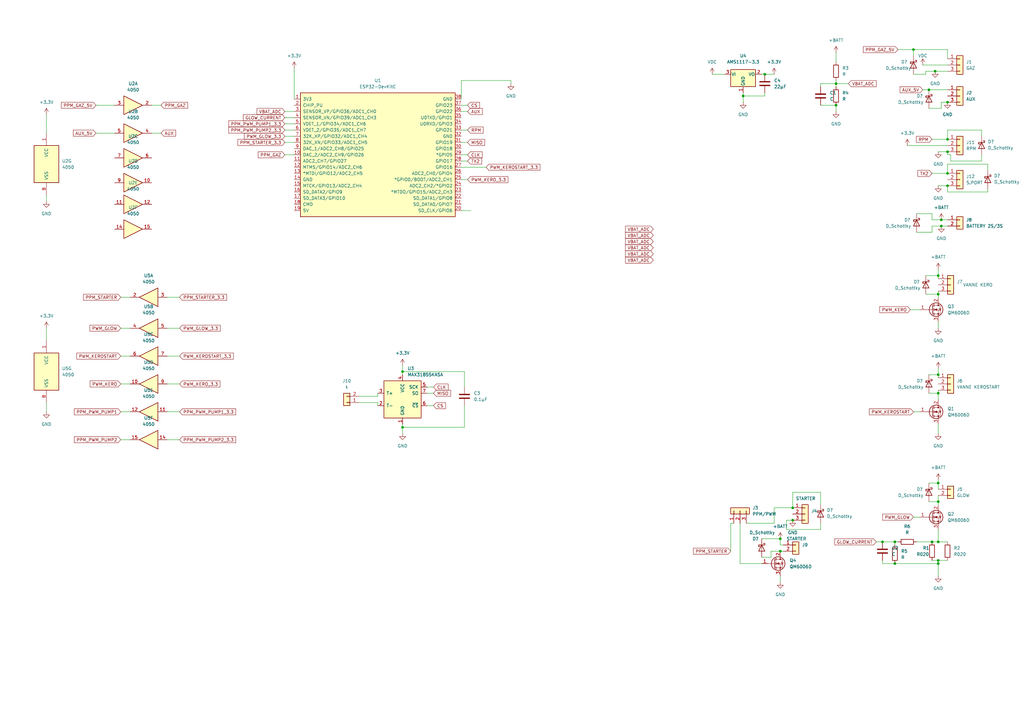
<source format=kicad_sch>
(kicad_sch (version 20211123) (generator eeschema)
  (paper "A3")
  (lib_symbols
    (symbol "4xxx:4050" (pin_names (offset 1.016))
      (property "Reference" "U" (at 0 1.27 0))
      (property "Value" "4050" (at 0 -1.27 0))
      (symbol "4050_1_0"
        (polyline (pts (xy -3.81 3.81) (xy -3.81 -3.81) (xy 3.81 0) (xy -3.81 3.81)) (stroke (width 0.254)) (fill (type background)))
        (pin output line (at 7.62 0 180) (length 3.81) (name "~") (number "2"))
        (pin input line (at -7.62 0 0) (length 3.81) (name "~") (number "3"))
      )
      (symbol "4050_2_0"
        (polyline (pts (xy -3.81 3.81) (xy -3.81 -3.81) (xy 3.81 0) (xy -3.81 3.81)) (stroke (width 0.254)) (fill (type background)))
        (pin output line (at 7.62 0 180) (length 3.81) (name "~") (number "4"))
        (pin input line (at -7.62 0 0) (length 3.81) (name "~") (number "5"))
      )
      (symbol "4050_3_0"
        (polyline (pts (xy -3.81 3.81) (xy -3.81 -3.81) (xy 3.81 0) (xy -3.81 3.81)) (stroke (width 0.254)) (fill (type background)))
        (pin output line (at 7.62 0 180) (length 3.81) (name "~") (number "6"))
        (pin input line (at -7.62 0 0) (length 3.81) (name "~") (number "7"))
      )
      (symbol "4050_4_0"
        (polyline (pts (xy -3.81 3.81) (xy -3.81 -3.81) (xy 3.81 0) (xy -3.81 3.81)) (stroke (width 0.254)) (fill (type background)))
        (pin output line (at 7.62 0 180) (length 3.81) (name "~") (number "10"))
        (pin input line (at -7.62 0 0) (length 3.81) (name "~") (number "9"))
      )
      (symbol "4050_5_0"
        (polyline (pts (xy -3.81 3.81) (xy -3.81 -3.81) (xy 3.81 0) (xy -3.81 3.81)) (stroke (width 0.254)) (fill (type background)))
        (pin input line (at -7.62 0 0) (length 3.81) (name "~") (number "11"))
        (pin output line (at 7.62 0 180) (length 3.81) (name "~") (number "12"))
      )
      (symbol "4050_6_0"
        (polyline (pts (xy -3.81 3.81) (xy -3.81 -3.81) (xy 3.81 0) (xy -3.81 3.81)) (stroke (width 0.254)) (fill (type background)))
        (pin input line (at -7.62 0 0) (length 3.81) (name "~") (number "14"))
        (pin output line (at 7.62 0 180) (length 3.81) (name "~") (number "15"))
      )
      (symbol "4050_7_0"
        (pin power_in line (at 0 12.7 270) (length 5.08) (name "VCC") (number "1"))
        (pin power_in line (at 0 -12.7 90) (length 5.08) (name "VSS") (number "8"))
      )
      (symbol "4050_7_1"
        (rectangle (start -5.08 7.62) (end 5.08 -7.62) (stroke (width 0.254)) (fill (type background)))
      )
    )
    (symbol "Connector_Generic:Conn_01x02" (pin_names (offset 1.016) hide)
      (property "Reference" "J" (at 0 2.54 0))
      (property "Value" "Conn_01x02" (at 0 -5.08 0))
      (symbol "Conn_01x02_1_1"
        (rectangle (start -1.27 -2.413) (end 0 -2.667) (stroke (width 0.1524)))
        (rectangle (start -1.27 0.127) (end 0 -0.127) (stroke (width 0.1524)))
        (rectangle (start -1.27 1.27) (end 1.27 -3.81) (stroke (width 0.254)) (fill (type background)))
        (pin passive line (at -5.08 0 0) (length 3.81) (name "Pin_1") (number "1"))
        (pin passive line (at -5.08 -2.54 0) (length 3.81) (name "Pin_2") (number "2"))
      )
    )
    (symbol "Connector_Generic:Conn_01x03" (pin_names (offset 1.016) hide)
      (property "Reference" "J" (at 0 5.08 0))
      (property "Value" "Conn_01x03" (at 0 -5.08 0))
      (symbol "Conn_01x03_1_1"
        (rectangle (start -1.27 -2.413) (end 0 -2.667) (stroke (width 0.1524)))
        (rectangle (start -1.27 0.127) (end 0 -0.127) (stroke (width 0.1524)))
        (rectangle (start -1.27 2.667) (end 0 2.413) (stroke (width 0.1524)))
        (rectangle (start -1.27 3.81) (end 1.27 -3.81) (stroke (width 0.254)) (fill (type background)))
        (pin passive line (at -5.08 2.54 0) (length 3.81) (name "Pin_1") (number "1"))
        (pin passive line (at -5.08 0 0) (length 3.81) (name "Pin_2") (number "2"))
        (pin passive line (at -5.08 -2.54 0) (length 3.81) (name "Pin_3") (number "3"))
      )
    )
    (symbol "Device:C" (pin_numbers hide) (pin_names (offset 0.254))
      (property "Reference" "C" (at 0.635 2.54 0))
      (property "Value" "C" (at 0.635 -2.54 0))
      (symbol "C_0_1"
        (polyline (pts (xy -2.032 -0.762) (xy 2.032 -0.762)) (stroke (width 0.508)))
        (polyline (pts (xy -2.032 0.762) (xy 2.032 0.762)) (stroke (width 0.508)))
      )
      (symbol "C_1_1"
        (pin passive line (at 0 3.81 270) (length 2.794) (name "~") (number "1"))
        (pin passive line (at 0 -3.81 90) (length 2.794) (name "~") (number "2"))
      )
    )
    (symbol "Device:D_Schottky" (pin_numbers hide) (pin_names (offset 1.016) hide)
      (property "Reference" "D" (at 0 2.54 0))
      (property "Value" "D_Schottky" (at 0 -2.54 0))
      (symbol "D_Schottky_0_1"
        (polyline (pts (xy 1.27 0) (xy -1.27 0)))
        (polyline (pts (xy 1.27 1.27) (xy 1.27 -1.27) (xy -1.27 0) (xy 1.27 1.27)) (stroke (width 0.254)))
        (polyline (pts (xy -1.905 0.635) (xy -1.905 1.27) (xy -1.27 1.27) (xy -1.27 -1.27) (xy -0.635 -1.27) (xy -0.635 -0.635)) (stroke (width 0.254)))
      )
      (symbol "D_Schottky_1_1"
        (pin passive line (at -3.81 0 0) (length 2.54) (name "K") (number "1"))
        (pin passive line (at 3.81 0 180) (length 2.54) (name "A") (number "2"))
      )
    )
    (symbol "Device:R" (pin_numbers hide) (pin_names (offset 0))
      (property "Reference" "R" (at 2.032 0 90))
      (property "Value" "R" (at 0 0 90))
      (symbol "R_0_1"
        (rectangle (start -1.016 -2.54) (end 1.016 2.54) (stroke (width 0.254)))
      )
      (symbol "R_1_1"
        (pin passive line (at 0 3.81 270) (length 1.27) (name "~") (number "1"))
        (pin passive line (at 0 -3.81 90) (length 1.27) (name "~") (number "2"))
      )
    )
    (symbol "Espressif:ESP32-DevKitC" (pin_names (offset 1.016))
      (property "Reference" "U" (at -30.48 30.48 0))
      (property "Value" "ESP32-DevKitC" (at -30.48 27.94 0))
      (symbol "ESP32-DevKitC_0_0"
        (pin power_in line (at -33.02 -10.16 0) (length 2.54) (name "GND") (number "14"))
        (pin power_in line (at -33.02 -22.86 0) (length 2.54) (name "5V") (number "19"))
      )
      (symbol "ESP32-DevKitC_0_1"
        (rectangle (start -30.48 25.4) (end 33.02 -25.4) (stroke (width 0.254)) (fill (type background)))
      )
      (symbol "ESP32-DevKitC_1_1"
        (pin power_in line (at -33.02 22.86 0) (length 2.54) (name "3V3") (number "1"))
        (pin bidirectional line (at -33.02 0 0) (length 2.54) (name "DAC_2/ADC2_CH9/GPIO26") (number "10"))
        (pin bidirectional line (at -33.02 -2.54 0) (length 2.54) (name "ADC2_CH7/GPIO27") (number "11"))
        (pin bidirectional line (at -33.02 -5.08 0) (length 2.54) (name "MTMS/GPIO14/ADC2_CH6") (number "12"))
        (pin bidirectional line (at -33.02 -7.62 0) (length 2.54) (name "*MTDI/GPIO12/ADC2_CH5") (number "13"))
        (pin bidirectional line (at -33.02 -12.7 0) (length 2.54) (name "MTCK/GPIO13/ADC2_CH4") (number "15"))
        (pin bidirectional line (at -33.02 -15.24 0) (length 2.54) (name "SD_DATA2/GPIO9") (number "16"))
        (pin bidirectional line (at -33.02 -17.78 0) (length 2.54) (name "SD_DATA3/GPIO10") (number "17"))
        (pin bidirectional line (at -33.02 -20.32 0) (length 2.54) (name "CMD") (number "18"))
        (pin input line (at -33.02 20.32 0) (length 2.54) (name "CHIP_PU") (number "2"))
        (pin bidirectional line (at 35.56 -22.86 180) (length 2.54) (name "SD_CLK/GPIO6") (number "20"))
        (pin bidirectional line (at 35.56 -20.32 180) (length 2.54) (name "SD_DATA0/GPIO7") (number "21"))
        (pin bidirectional line (at 35.56 -17.78 180) (length 2.54) (name "SD_DATA1/GPIO8") (number "22"))
        (pin bidirectional line (at 35.56 -15.24 180) (length 2.54) (name "*MTDO/GPIO15/ADC2_CH3") (number "23"))
        (pin bidirectional line (at 35.56 -12.7 180) (length 2.54) (name "ADC2_CH2/*GPIO2") (number "24"))
        (pin bidirectional line (at 35.56 -10.16 180) (length 2.54) (name "*GPIO0/BOOT/ADC2_CH1") (number "25"))
        (pin bidirectional line (at 35.56 -7.62 180) (length 2.54) (name "ADC2_CH0/GPIO4") (number "26"))
        (pin bidirectional line (at 35.56 -5.08 180) (length 2.54) (name "GPIO16") (number "27"))
        (pin bidirectional line (at 35.56 -2.54 180) (length 2.54) (name "GPIO17") (number "28"))
        (pin bidirectional line (at 35.56 0 180) (length 2.54) (name "*GPIO5") (number "29"))
        (pin input line (at -33.02 17.78 0) (length 2.54) (name "SENSOR_VP/GPIO36/ADC1_CH0") (number "3"))
        (pin bidirectional line (at 35.56 2.54 180) (length 2.54) (name "GPIO18") (number "30"))
        (pin bidirectional line (at 35.56 5.08 180) (length 2.54) (name "GPIO19") (number "31"))
        (pin power_in line (at 35.56 7.62 180) (length 2.54) (name "GND") (number "32"))
        (pin bidirectional line (at 35.56 10.16 180) (length 2.54) (name "GPIO21") (number "33"))
        (pin bidirectional line (at 35.56 12.7 180) (length 2.54) (name "U0RXD/GPIO3") (number "34"))
        (pin bidirectional line (at 35.56 15.24 180) (length 2.54) (name "U0TXD/GPIO1") (number "35"))
        (pin bidirectional line (at 35.56 17.78 180) (length 2.54) (name "GPIO22") (number "36"))
        (pin bidirectional line (at 35.56 20.32 180) (length 2.54) (name "GPIO23") (number "37"))
        (pin power_in line (at 35.56 22.86 180) (length 2.54) (name "GND") (number "38"))
        (pin input line (at -33.02 15.24 0) (length 2.54) (name "SENSOR_VN/GPIO39/ADC1_CH3") (number "4"))
        (pin input line (at -33.02 12.7 0) (length 2.54) (name "VDET_1/GPIO34/ADC1_CH6") (number "5"))
        (pin input line (at -33.02 10.16 0) (length 2.54) (name "VDET_2/GPIO35/ADC1_CH7") (number "6"))
        (pin bidirectional line (at -33.02 7.62 0) (length 2.54) (name "32K_XP/GPIO32/ADC1_CH4") (number "7"))
        (pin bidirectional line (at -33.02 5.08 0) (length 2.54) (name "32K_XN/GPIO33/ADC1_CH5") (number "8"))
        (pin bidirectional line (at -33.02 2.54 0) (length 2.54) (name "DAC_1/ADC2_CH8/GPIO25") (number "9"))
      )
    )
    (symbol "Regulator_Linear:AMS1117-3.3" (pin_names (offset 0.254))
      (property "Reference" "U" (at -3.81 3.175 0))
      (property "Value" "AMS1117-3.3" (at 0 3.175 0))
      (symbol "AMS1117-3.3_0_1"
        (rectangle (start -5.08 -5.08) (end 5.08 1.905) (stroke (width 0.254)) (fill (type background)))
      )
      (symbol "AMS1117-3.3_1_1"
        (pin power_in line (at 0 -7.62 90) (length 2.54) (name "GND") (number "1"))
        (pin power_out line (at 7.62 0 180) (length 2.54) (name "VO") (number "2"))
        (pin power_in line (at -7.62 0 0) (length 2.54) (name "VI") (number "3"))
      )
    )
    (symbol "Sensor_Temperature:MAX31855KASA" (pin_names (offset 1.016))
      (property "Reference" "U" (at -7.62 8.89 0))
      (property "Value" "MAX31855KASA" (at 1.27 8.89 0))
      (symbol "MAX31855KASA_0_1"
        (rectangle (start -7.62 7.62) (end 7.62 -7.62) (stroke (width 0.254)) (fill (type background)))
      )
      (symbol "MAX31855KASA_1_1"
        (pin power_in line (at 0 -10.16 90) (length 2.54) (name "GND") (number "1"))
        (pin passive line (at -10.16 -2.54 0) (length 2.54) (name "T-") (number "2"))
        (pin passive line (at -10.16 2.54 0) (length 2.54) (name "T+") (number "3"))
        (pin power_in line (at 0 10.16 270) (length 2.54) (name "VCC") (number "4"))
        (pin input line (at 10.16 5.08 180) (length 2.54) (name "SCK") (number "5"))
        (pin input line (at 10.16 -2.54 180) (length 2.54) (name "~{CS}") (number "6"))
        (pin tri_state line (at 10.16 2.54 180) (length 2.54) (name "SO") (number "7"))
      )
    )
    (symbol "Transistor_FET:QM6006D" (pin_names hide)
      (property "Reference" "Q" (at 5.08 1.905 0))
      (property "Value" "QM6006D" (at 5.08 0 0))
      (symbol "QM6006D_0_1"
        (polyline (pts (xy 0.254 0) (xy -2.54 0)))
        (polyline (pts (xy 0.254 1.905) (xy 0.254 -1.905)) (stroke (width 0.254)))
        (polyline (pts (xy 0.762 -1.27) (xy 0.762 -2.286)) (stroke (width 0.254)))
        (polyline (pts (xy 0.762 0.508) (xy 0.762 -0.508)) (stroke (width 0.254)))
        (polyline (pts (xy 0.762 2.286) (xy 0.762 1.27)) (stroke (width 0.254)))
        (polyline (pts (xy 2.54 2.54) (xy 2.54 1.778)))
        (polyline (pts (xy 2.54 -2.54) (xy 2.54 0) (xy 0.762 0)))
        (polyline (pts (xy 0.762 -1.778) (xy 3.302 -1.778) (xy 3.302 1.778) (xy 0.762 1.778)))
        (polyline (pts (xy 1.016 0) (xy 2.032 0.381) (xy 2.032 -0.381) (xy 1.016 0)) (fill (type outline)))
        (polyline (pts (xy 2.794 0.508) (xy 2.921 0.381) (xy 3.683 0.381) (xy 3.81 0.254)))
        (polyline (pts (xy 3.302 0.381) (xy 2.921 -0.254) (xy 3.683 -0.254) (xy 3.302 0.381)))
        (circle (center 1.651 0) (radius 2.794) (stroke (width 0.254)))
        (circle (center 2.54 -1.778) (radius 0.254) (fill (type outline)))
        (circle (center 2.54 1.778) (radius 0.254) (fill (type outline)))
      )
      (symbol "QM6006D_1_1"
        (pin input line (at -5.08 0 0) (length 2.54) (name "G") (number "1"))
        (pin passive line (at 2.54 5.08 270) (length 2.54) (name "D") (number "2"))
        (pin passive line (at 2.54 -5.08 90) (length 2.54) (name "S") (number "3"))
      )
    )
    (symbol "power:+3.3V" (power) (pin_names (offset 0))
      (property "Value" "+3.3V" (at 0 3.556 0))
      (symbol "+3.3V_0_1"
        (polyline (pts (xy -0.762 1.27) (xy 0 2.54)))
        (polyline (pts (xy 0 0) (xy 0 2.54)))
        (polyline (pts (xy 0 2.54) (xy 0.762 1.27)))
      )
      (symbol "+3.3V_1_1"
        (pin power_in line (at 0 0 90) (length 0) hide (name "+3.3V") (number "1"))
      )
    )
    (symbol "power:+BATT" (power) (pin_names (offset 0))
      (property "Value" "+BATT" (at 0 3.556 0))
      (symbol "+BATT_0_1"
        (polyline (pts (xy -0.762 1.27) (xy 0 2.54)))
        (polyline (pts (xy 0 0) (xy 0 2.54)))
        (polyline (pts (xy 0 2.54) (xy 0.762 1.27)))
      )
      (symbol "+BATT_1_1"
        (pin power_in line (at 0 0 90) (length 0) hide (name "+BATT") (number "1"))
      )
    )
    (symbol "power:GND" (power) (pin_names (offset 0))
      (property "Value" "GND" (at 0 -3.81 0))
      (symbol "GND_0_1"
        (polyline (pts (xy 0 0) (xy 0 -1.27) (xy 1.27 -1.27) (xy 0 -2.54) (xy -1.27 -1.27) (xy 0 -1.27)))
      )
      (symbol "GND_1_1"
        (pin power_in line (at 0 0 270) (length 0) hide (name "GND") (number "1"))
      )
    )
    (symbol "power:VDC" (power) (pin_names (offset 0))
      (property "Value" "VDC" (at 0 6.35 0))
      (symbol "VDC_0_1"
        (polyline (pts (xy -0.762 1.27) (xy 0 2.54)))
        (polyline (pts (xy 0 0) (xy 0 2.54)))
        (polyline (pts (xy 0 2.54) (xy 0.762 1.27)))
      )
      (symbol "VDC_1_1"
        (pin power_in line (at 0 0 90) (length 0) hide (name "VDC") (number "1"))
      )
    )
  )
  (junction (at 384.81 231.14))
  (junction (at 384.81 113.03))
  (junction (at 304.8 39.37))
  (junction (at 388.62 62.23))
  (junction (at 388.62 57.15))
  (junction (at 388.62 76.2))
  (junction (at 367.03 231.14))
  (junction (at 384.81 229.87))
  (junction (at 384.81 198.12))
  (junction (at 342.9 34.29))
  (junction (at 313.69 30.48))
  (junction (at 374.65 20.32))
  (junction (at 381 36.83))
  (junction (at 383.54 29.21))
  (junction (at 384.81 205.74))
  (junction (at 384.81 222.25))
  (junction (at 388.62 71.12))
  (junction (at 386.08 90.17))
  (junction (at 165.1 175.26))
  (junction (at 320.04 220.98))
  (junction (at 367.03 222.25))
  (junction (at 361.95 222.25))
  (junction (at 165.1 152.4))
  (junction (at 342.9 43.18))
  (junction (at 325.12 213.36))
  (junction (at 382.27 222.25))
  (junction (at 384.81 120.65))
  (junction (at 384.81 161.29))
  (junction (at 386.08 92.71))
  (junction (at 388.62 41.91))
  (junction (at 325.12 208.28))
  (junction (at 320.04 226.06))
  (junction (at 384.81 153.67))
  (wire (pts (xy 342.9 34.29) (xy 342.9 35.56)))
  (wire (pts (xy 388.62 20.32) (xy 388.62 24.13)))
  (wire (pts (xy 299.72 226.06) (xy 299.72 214.63)))
  (wire (pts (xy 299.72 214.63) (xy 300.99 214.63)))
  (wire (pts (xy 384.81 110.49) (xy 384.81 113.03)))
  (wire (pts (xy 189.23 86.36) (xy 193.04 86.36)))
  (wire (pts (xy 165.1 175.26) (xy 190.5 175.26)))
  (wire (pts (xy 336.55 43.18) (xy 342.9 43.18)))
  (wire (pts (xy 379.73 113.03) (xy 384.81 113.03)))
  (wire (pts (xy 379.73 120.65) (xy 384.81 120.65)))
  (wire (pts (xy 361.95 231.14) (xy 367.03 231.14)))
  (wire (pts (xy 120.65 27.94) (xy 120.65 40.64)))
  (wire (pts (xy 154.94 162.56) (xy 154.94 161.29)))
  (wire (pts (xy 317.5 208.28) (xy 325.12 208.28)))
  (wire (pts (xy 316.23 228.6) (xy 316.23 226.06)))
  (wire (pts (xy 384.81 113.03) (xy 384.81 114.3)))
  (wire (pts (xy 375.92 222.25) (xy 382.27 222.25)))
  (wire (pts (xy 147.32 165.1) (xy 154.94 165.1)))
  (wire (pts (xy 189.23 53.34) (xy 191.77 53.34)))
  (wire (pts (xy 49.53 168.91) (xy 53.34 168.91)))
  (wire (pts (xy 405.13 77.47) (xy 405.13 78.74)))
  (wire (pts (xy 382.27 92.71) (xy 382.27 95.25)))
  (wire (pts (xy 325.12 201.93) (xy 336.55 201.93)))
  (wire (pts (xy 384.81 76.2) (xy 388.62 76.2)))
  (wire (pts (xy 165.1 173.99) (xy 165.1 175.26)))
  (wire (pts (xy 68.58 180.34) (xy 73.66 180.34)))
  (wire (pts (xy 379.73 29.21) (xy 383.54 29.21)))
  (wire (pts (xy 384.81 132.08) (xy 384.81 134.62)))
  (wire (pts (xy 312.42 30.48) (xy 313.69 30.48)))
  (wire (pts (xy 375.92 95.25) (xy 382.27 95.25)))
  (wire (pts (xy 381 36.83) (xy 388.62 36.83)))
  (wire (pts (xy 372.11 59.69) (xy 388.62 59.69)))
  (wire (pts (xy 116.84 55.88) (xy 120.65 55.88)))
  (wire (pts (xy 68.58 168.91) (xy 73.66 168.91)))
  (wire (pts (xy 19.05 165.1) (xy 19.05 168.91)))
  (wire (pts (xy 388.62 67.31) (xy 405.13 67.31)))
  (wire (pts (xy 402.59 63.5) (xy 402.59 66.04)))
  (wire (pts (xy 361.95 229.87) (xy 361.95 231.14)))
  (wire (pts (xy 306.07 214.63) (xy 317.5 214.63)))
  (wire (pts (xy 384.81 198.12) (xy 384.81 200.66)))
  (wire (pts (xy 39.37 43.18) (xy 46.99 43.18)))
  (wire (pts (xy 388.62 78.74) (xy 405.13 78.74)))
  (wire (pts (xy 325.12 213.36) (xy 322.58 213.36)))
  (wire (pts (xy 378.46 36.83) (xy 381 36.83)))
  (wire (pts (xy 381 205.74) (xy 384.81 205.74)))
  (wire (pts (xy 49.53 180.34) (xy 53.34 180.34)))
  (wire (pts (xy 384.81 229.87) (xy 384.81 231.14)))
  (wire (pts (xy 49.53 146.05) (xy 53.34 146.05)))
  (wire (pts (xy 386.08 90.17) (xy 388.62 90.17)))
  (wire (pts (xy 62.23 43.18) (xy 66.04 43.18)))
  (wire (pts (xy 175.26 161.29) (xy 177.8 161.29)))
  (wire (pts (xy 189.23 33.02) (xy 189.23 40.64)))
  (wire (pts (xy 165.1 175.26) (xy 165.1 177.8)))
  (wire (pts (xy 384.81 62.23) (xy 388.62 62.23)))
  (wire (pts (xy 312.42 231.14) (xy 303.53 231.14)))
  (wire (pts (xy 189.23 33.02) (xy 209.55 33.02)))
  (wire (pts (xy 384.81 217.17) (xy 384.81 222.25)))
  (wire (pts (xy 336.55 34.29) (xy 336.55 35.56)))
  (wire (pts (xy 374.65 168.91) (xy 377.19 168.91)))
  (wire (pts (xy 342.9 33.02) (xy 342.9 34.29)))
  (wire (pts (xy 381 161.29) (xy 384.81 161.29)))
  (wire (pts (xy 386.08 92.71) (xy 388.62 92.71)))
  (wire (pts (xy 304.8 39.37) (xy 313.69 39.37)))
  (wire (pts (xy 402.59 66.04) (xy 389.89 66.04)))
  (wire (pts (xy 189.23 63.5) (xy 191.77 63.5)))
  (wire (pts (xy 389.89 63.5) (xy 388.62 63.5)))
  (wire (pts (xy 379.73 30.48) (xy 379.73 29.21)))
  (wire (pts (xy 342.9 21.59) (xy 342.9 25.4)))
  (wire (pts (xy 312.42 228.6) (xy 316.23 228.6)))
  (wire (pts (xy 322.58 217.17) (xy 336.55 217.17)))
  (wire (pts (xy 388.62 71.12) (xy 388.62 67.31)))
  (wire (pts (xy 336.55 201.93) (xy 336.55 207.01)))
  (wire (pts (xy 320.04 223.52) (xy 321.31 223.52)))
  (wire (pts (xy 19.05 134.62) (xy 19.05 139.7)))
  (wire (pts (xy 359.41 222.25) (xy 361.95 222.25)))
  (wire (pts (xy 190.5 175.26) (xy 190.5 166.37)))
  (wire (pts (xy 68.58 121.92) (xy 73.66 121.92)))
  (wire (pts (xy 382.27 71.12) (xy 388.62 71.12)))
  (wire (pts (xy 367.03 231.14) (xy 384.81 231.14)))
  (wire (pts (xy 19.05 80.01) (xy 19.05 82.55)))
  (wire (pts (xy 374.65 22.86) (xy 374.65 20.32)))
  (wire (pts (xy 68.58 134.62) (xy 73.66 134.62)))
  (wire (pts (xy 49.53 157.48) (xy 53.34 157.48)))
  (wire (pts (xy 154.94 165.1) (xy 154.94 166.37)))
  (wire (pts (xy 386.08 41.91) (xy 388.62 41.91)))
  (wire (pts (xy 320.04 236.22) (xy 320.04 238.76)))
  (wire (pts (xy 189.23 43.18) (xy 191.77 43.18)))
  (wire (pts (xy 374.65 212.09) (xy 377.19 212.09)))
  (wire (pts (xy 384.81 153.67) (xy 384.81 154.94)))
  (wire (pts (xy 116.84 53.34) (xy 120.65 53.34)))
  (wire (pts (xy 320.04 220.98) (xy 320.04 223.52)))
  (wire (pts (xy 388.62 57.15) (xy 388.62 53.34)))
  (wire (pts (xy 342.9 43.18) (xy 342.9 45.72)))
  (wire (pts (xy 384.81 160.02) (xy 384.81 161.29)))
  (wire (pts (xy 68.58 146.05) (xy 73.66 146.05)))
  (wire (pts (xy 342.9 34.29) (xy 347.98 34.29)))
  (wire (pts (xy 378.46 26.67) (xy 388.62 26.67)))
  (wire (pts (xy 342.9 34.29) (xy 336.55 34.29)))
  (wire (pts (xy 292.1 30.48) (xy 297.18 30.48)))
  (wire (pts (xy 165.1 152.4) (xy 165.1 153.67)))
  (wire (pts (xy 381 198.12) (xy 384.81 198.12)))
  (wire (pts (xy 374.65 20.32) (xy 388.62 20.32)))
  (wire (pts (xy 402.59 53.34) (xy 402.59 55.88)))
  (wire (pts (xy 116.84 63.5) (xy 120.65 63.5)))
  (wire (pts (xy 384.81 161.29) (xy 384.81 163.83)))
  (wire (pts (xy 189.23 68.58) (xy 199.39 68.58)))
  (wire (pts (xy 367.03 222.25) (xy 367.03 223.52)))
  (wire (pts (xy 405.13 67.31) (xy 405.13 69.85)))
  (wire (pts (xy 49.53 121.92) (xy 53.34 121.92)))
  (wire (pts (xy 116.84 58.42) (xy 120.65 58.42)))
  (wire (pts (xy 381 44.45) (xy 386.08 44.45)))
  (wire (pts (xy 304.8 38.1) (xy 304.8 39.37)))
  (wire (pts (xy 382.27 222.25) (xy 384.81 222.25)))
  (wire (pts (xy 384.81 229.87) (xy 388.62 229.87)))
  (wire (pts (xy 165.1 149.86) (xy 165.1 152.4)))
  (wire (pts (xy 384.81 119.38) (xy 384.81 120.65)))
  (wire (pts (xy 49.53 134.62) (xy 53.34 134.62)))
  (wire (pts (xy 381 153.67) (xy 384.81 153.67)))
  (wire (pts (xy 336.55 217.17) (xy 336.55 214.63)))
  (wire (pts (xy 361.95 222.25) (xy 367.03 222.25)))
  (wire (pts (xy 165.1 152.4) (xy 190.5 152.4)))
  (wire (pts (xy 384.81 203.2) (xy 384.81 205.74)))
  (wire (pts (xy 304.8 39.37) (xy 304.8 41.91)))
  (wire (pts (xy 175.26 166.37) (xy 177.8 166.37)))
  (wire (pts (xy 116.84 50.8) (xy 120.65 50.8)))
  (wire (pts (xy 382.27 57.15) (xy 388.62 57.15)))
  (wire (pts (xy 388.62 53.34) (xy 402.59 53.34)))
  (wire (pts (xy 383.54 29.21) (xy 388.62 29.21)))
  (wire (pts (xy 116.84 48.26) (xy 120.65 48.26)))
  (wire (pts (xy 62.23 54.61) (xy 66.04 54.61)))
  (wire (pts (xy 189.23 73.66) (xy 191.77 73.66)))
  (wire (pts (xy 68.58 157.48) (xy 73.66 157.48)))
  (wire (pts (xy 382.27 87.63) (xy 382.27 90.17)))
  (wire (pts (xy 303.53 214.63) (xy 303.53 231.14)))
  (wire (pts (xy 388.62 63.5) (xy 388.62 62.23)))
  (wire (pts (xy 384.81 205.74) (xy 384.81 207.01)))
  (wire (pts (xy 384.81 196.85) (xy 384.81 198.12)))
  (wire (pts (xy 367.03 222.25) (xy 368.3 222.25)))
  (wire (pts (xy 316.23 226.06) (xy 320.04 226.06)))
  (wire (pts (xy 382.27 229.87) (xy 384.81 229.87)))
  (wire (pts (xy 313.69 30.48) (xy 317.5 30.48)))
  (wire (pts (xy 384.81 222.25) (xy 388.62 222.25)))
  (wire (pts (xy 175.26 158.75) (xy 177.8 158.75)))
  (wire (pts (xy 384.81 120.65) (xy 384.81 121.92)))
  (wire (pts (xy 313.69 38.1) (xy 313.69 39.37)))
  (wire (pts (xy 320.04 226.06) (xy 321.31 226.06)))
  (wire (pts (xy 39.37 54.61) (xy 46.99 54.61)))
  (wire (pts (xy 386.08 44.45) (xy 386.08 41.91)))
  (wire (pts (xy 384.81 231.14) (xy 384.81 236.22)))
  (wire (pts (xy 382.27 90.17) (xy 386.08 90.17)))
  (wire (pts (xy 384.81 173.99) (xy 384.81 177.8)))
  (wire (pts (xy 368.3 20.32) (xy 374.65 20.32)))
  (wire (pts (xy 384.81 151.13) (xy 384.81 153.67)))
  (wire (pts (xy 209.55 33.02) (xy 209.55 34.29)))
  (wire (pts (xy 116.84 45.72) (xy 120.65 45.72)))
  (wire (pts (xy 375.92 87.63) (xy 382.27 87.63)))
  (wire (pts (xy 19.05 46.99) (xy 19.05 54.61)))
  (wire (pts (xy 388.62 76.2) (xy 388.62 78.74)))
  (wire (pts (xy 189.23 45.72) (xy 191.77 45.72)))
  (wire (pts (xy 190.5 152.4) (xy 190.5 158.75)))
  (wire (pts (xy 317.5 214.63) (xy 317.5 208.28)))
  (wire (pts (xy 322.58 213.36) (xy 322.58 217.17)))
  (wire (pts (xy 189.23 58.42) (xy 191.77 58.42)))
  (wire (pts (xy 374.65 30.48) (xy 379.73 30.48)))
  (wire (pts (xy 373.38 127) (xy 377.19 127)))
  (wire (pts (xy 386.08 92.71) (xy 382.27 92.71)))
  (wire (pts (xy 389.89 66.04) (xy 389.89 63.5)))
  (wire (pts (xy 147.32 162.56) (xy 154.94 162.56)))
  (wire (pts (xy 325.12 208.28) (xy 325.12 201.93)))
  (wire (pts (xy 312.42 220.98) (xy 320.04 220.98)))
  (wire (pts (xy 189.23 66.04) (xy 191.77 66.04)))
  (global_label "CLK" (shape input) (at 191.77 63.5 0) (property "Intersheet References" "${INTERSHEET_REFS}" (effects hide)))
  (global_label "PWM_GLOW_3.3" (shape input) (at 73.66 134.62 0) (property "Intersheet References" "${INTERSHEET_REFS}" (effects hide)))
  (global_label "CS" (shape input) (at 177.8 166.37 0) (property "Intersheet References" "${INTERSHEET_REFS}" (effects hide)))
  (global_label "PPM_PWM_PUMP1_3.3" (shape input) (at 73.66 168.91 0) (property "Intersheet References" "${INTERSHEET_REFS}" (effects hide)))
  (global_label "GLOW_CURRENT" (shape input) (at 116.84 48.26 180) (property "Intersheet References" "${INTERSHEET_REFS}" (effects hide)))
  (global_label "CS" (shape input) (at 191.77 43.18 0) (property "Intersheet References" "${INTERSHEET_REFS}" (effects hide)))
  (global_label "VBAT_ADC" (shape input) (at 267.97 104.14 180) (property "Intersheet References" "${INTERSHEET_REFS}" (effects hide)))
  (global_label "MISO" (shape input) (at 177.8 161.29 0) (property "Intersheet References" "${INTERSHEET_REFS}" (effects hide)))
  (global_label "PWM_KEROSTART_3.3" (shape input) (at 73.66 146.05 0) (property "Intersheet References" "${INTERSHEET_REFS}" (effects hide)))
  (global_label "PPM_PWM_PUMP2" (shape input) (at 49.53 180.34 180) (property "Intersheet References" "${INTERSHEET_REFS}" (effects hide)))
  (global_label "PPM_STARTER_3.3" (shape input) (at 116.84 58.42 180) (property "Intersheet References" "${INTERSHEET_REFS}" (effects hide)))
  (global_label "PPM_PWM_PUMP2_3.3" (shape input) (at 73.66 180.34 0) (property "Intersheet References" "${INTERSHEET_REFS}" (effects hide)))
  (global_label "AUX_5V" (shape input) (at 39.37 54.61 180) (property "Intersheet References" "${INTERSHEET_REFS}" (effects hide)))
  (global_label "PPM_GAZ_5V" (shape input) (at 368.3 20.32 180) (property "Intersheet References" "${INTERSHEET_REFS}" (effects hide)))
  (global_label "TX2" (shape input) (at 191.77 66.04 0) (property "Intersheet References" "${INTERSHEET_REFS}" (effects hide)))
  (global_label "PWM_GLOW" (shape input) (at 49.53 134.62 180) (property "Intersheet References" "${INTERSHEET_REFS}" (effects hide)))
  (global_label "CLK" (shape input) (at 177.8 158.75 0) (property "Intersheet References" "${INTERSHEET_REFS}" (effects hide)))
  (global_label "AUX" (shape input) (at 66.04 54.61 0) (property "Intersheet References" "${INTERSHEET_REFS}" (effects hide)))
  (global_label "PPM_STARTER" (shape input) (at 299.72 226.06 180) (property "Intersheet References" "${INTERSHEET_REFS}" (effects hide)))
  (global_label "TX2" (shape input) (at 382.27 71.12 180) (property "Intersheet References" "${INTERSHEET_REFS}" (effects hide)))
  (global_label "RPM" (shape input) (at 191.77 53.34 0) (property "Intersheet References" "${INTERSHEET_REFS}" (effects hide)))
  (global_label "RPM" (shape input) (at 382.27 57.15 180) (property "Intersheet References" "${INTERSHEET_REFS}" (effects hide)))
  (global_label "MISO" (shape input) (at 191.77 58.42 0) (property "Intersheet References" "${INTERSHEET_REFS}" (effects hide)))
  (global_label "VBAT_ADC" (shape input) (at 267.97 99.06 180) (property "Intersheet References" "${INTERSHEET_REFS}" (effects hide)))
  (global_label "VBAT_ADC" (shape input) (at 267.97 96.52 180) (property "Intersheet References" "${INTERSHEET_REFS}" (effects hide)))
  (global_label "VBAT_ADC" (shape input) (at 116.84 45.72 180) (property "Intersheet References" "${INTERSHEET_REFS}" (effects hide)))
  (global_label "GLOW_CURRENT" (shape input) (at 359.41 222.25 180) (property "Intersheet References" "${INTERSHEET_REFS}" (effects hide)))
  (global_label "PWM_KERO" (shape input) (at 373.38 127 180) (property "Intersheet References" "${INTERSHEET_REFS}" (effects hide)))
  (global_label "AUX" (shape input) (at 191.77 45.72 0) (property "Intersheet References" "${INTERSHEET_REFS}" (effects hide)))
  (global_label "VBAT_ADC" (shape input) (at 267.97 93.98 180) (property "Intersheet References" "${INTERSHEET_REFS}" (effects hide)))
  (global_label "PPM_PWM_PUMP1_3.3" (shape input) (at 116.84 50.8 180) (property "Intersheet References" "${INTERSHEET_REFS}" (effects hide)))
  (global_label "PPM_GAZ" (shape input) (at 66.04 43.18 0) (property "Intersheet References" "${INTERSHEET_REFS}" (effects hide)))
  (global_label "PWM_KEROSTART_3.3" (shape input) (at 199.39 68.58 0) (property "Intersheet References" "${INTERSHEET_REFS}" (effects hide)))
  (global_label "PPM_GAZ" (shape input) (at 116.84 63.5 180) (property "Intersheet References" "${INTERSHEET_REFS}" (effects hide)))
  (global_label "PWM_KEROSTART" (shape input) (at 49.53 146.05 180) (property "Intersheet References" "${INTERSHEET_REFS}" (effects hide)))
  (global_label "AUX_5V" (shape input) (at 378.46 36.83 180) (property "Intersheet References" "${INTERSHEET_REFS}" (effects hide)))
  (global_label "PPM_GAZ_5V" (shape input) (at 39.37 43.18 180) (property "Intersheet References" "${INTERSHEET_REFS}" (effects hide)))
  (global_label "PPM_PWM_PUMP2_3.3" (shape input) (at 116.84 53.34 180) (property "Intersheet References" "${INTERSHEET_REFS}" (effects hide)))
  (global_label "PWM_KERO_3.3" (shape input) (at 73.66 157.48 0) (property "Intersheet References" "${INTERSHEET_REFS}" (effects hide)))
  (global_label "VBAT_ADC" (shape input) (at 347.98 34.29 0) (property "Intersheet References" "${INTERSHEET_REFS}" (effects hide)))
  (global_label "VBAT_ADC" (shape input) (at 267.97 106.68 180) (property "Intersheet References" "${INTERSHEET_REFS}" (effects hide)))
  (global_label "PWM_GLOW_3.3" (shape input) (at 116.84 55.88 180) (property "Intersheet References" "${INTERSHEET_REFS}" (effects hide)))
  (global_label "VBAT_ADC" (shape input) (at 267.97 101.6 180) (property "Intersheet References" "${INTERSHEET_REFS}" (effects hide)))
  (global_label "PPM_STARTER" (shape input) (at 49.53 121.92 180) (property "Intersheet References" "${INTERSHEET_REFS}" (effects hide)))
  (global_label "PPM_STARTER_3.3" (shape input) (at 73.66 121.92 0) (property "Intersheet References" "${INTERSHEET_REFS}" (effects hide)))
  (global_label "PWM_KEROSTART" (shape input) (at 374.65 168.91 180) (property "Intersheet References" "${INTERSHEET_REFS}" (effects hide)))
  (global_label "PPM_PWM_PUMP1" (shape input) (at 49.53 168.91 180) (property "Intersheet References" "${INTERSHEET_REFS}" (effects hide)))
  (global_label "PWM_GLOW" (shape input) (at 374.65 212.09 180) (property "Intersheet References" "${INTERSHEET_REFS}" (effects hide)))
  (global_label "PWM_KERO_3.3" (shape input) (at 191.77 73.66 0) (property "Intersheet References" "${INTERSHEET_REFS}" (effects hide)))
  (global_label "PWM_KERO" (shape input) (at 49.53 157.48 180) (property "Intersheet References" "${INTERSHEET_REFS}" (effects hide)))
  (symbol (lib_id "power:+3.3V") (at 317.5 30.48 0) (unit 1)
    (property "Reference" "#PWR0101" (effects hide))
    (property "Value" "+3.3V" (at 317.5 25.4 0))
  )
  (symbol (lib_id "Device:C") (at 313.69 34.29 0) (unit 1)
    (property "Reference" "C4" (at 317.5 33.0199 0) (effects (justify left)))
    (property "Value" "22µF" (at 317.5 35.5599 0) (effects (justify left)))
  )
  (symbol (lib_id "Device:D_Schottky") (at 312.42 224.79 270) (unit 1)
    (property "Reference" "D?" (at 308.61 220.98 90) (effects (justify left)))
    (property "Value" "D_Schottky" (at 307.34 218.44 90) (effects (justify left)))
  )
  (symbol (lib_id "Device:D_Schottky") (at 381 157.48 270) (unit 1)
    (property "Reference" "D?" (at 375.92 156.21 90) (effects (justify left)))
    (property "Value" "D_Schottky" (at 368.3 158.75 90) (effects (justify left)))
  )
  (symbol (lib_id "Sensor_Temperature:MAX31855KASA") (at 165.1 163.83 0) (unit 1)
    (property "Reference" "U3" (at 167.1194 151.13 0) (effects (justify left)))
    (property "Value" "MAX31855KASA" (at 167.1194 153.67 0) (effects (justify left)))
    (property "Footprint" "Package_SO:SOIC-8_3.9x4.9mm_P1.27mm" (effects hide))
    (property "Datasheet" "http://datasheets.maximintegrated.com/en/ds/MAX31855.pdf" (effects hide))
  )
  (symbol (lib_id "Connector_Generic:Conn_01x03") (at 393.7 59.69 0) (unit 1)
    (property "Reference" "J11" (at 396.24 58.4199 0) (effects (justify left)))
    (property "Value" "RPM" (at 396.24 60.9599 0) (effects (justify left)))
    (property "Footprint" "Connector_PinHeader_2.54mm:PinHeader_1x03_P2.54mm_Vertical" (effects hide))
  )
  (symbol (lib_id "4xxx:4050") (at 60.96 121.92 180) (unit 1)
    (property "Reference" "U5" (at 60.96 113.03 0))
    (property "Value" "4050" (at 60.96 115.57 0))
    (property "Footprint" "Package_SO:SOP-16_3.9x9.9mm_P1.27mm" (effects hide))
    (property "Datasheet" "http://www.intersil.com/content/dam/intersil/documents/cd40/cd4050bms.pdf" (effects hide))
  )
  (symbol (lib_id "Transistor_FET:QM6006D") (at 317.5 231.14 0) (unit 1)
    (property "Reference" "Q4" (at 323.85 229.8699 0) (effects (justify left)))
    (property "Value" "QM6006D" (at 323.85 232.4099 0) (effects (justify left)))
    (property "Footprint" "Package_TO_SOT_SMD:TO-252-2" (effects hide))
    (property "Datasheet" "http://www.jaolen.com/images/pdf/QM6006D.pdf" (effects hide))
  )
  (symbol (lib_id "power:+BATT") (at 320.04 220.98 0) (unit 1)
    (property "Reference" "#PWR0122" (effects hide))
    (property "Value" "+BATT" (at 320.04 215.9 0))
  )
  (symbol (lib_id "4xxx:4050") (at 54.61 74.93 0) (unit 4)
    (property "Reference" "U2" (at 54.61 66.04 0))
    (property "Value" "4050" (at 54.61 68.58 0))
    (property "Footprint" "Package_SO:SOP-16_3.9x9.9mm_P1.27mm" (effects hide))
    (property "Datasheet" "http://www.intersil.com/content/dam/intersil/documents/cd40/cd4050bms.pdf" (effects hide))
  )
  (symbol (lib_id "Transistor_FET:QM6006D") (at 382.27 212.09 0) (unit 1)
    (property "Reference" "Q2" (at 388.62 210.8199 0) (effects (justify left)))
    (property "Value" "QM6006D" (at 388.62 213.3599 0) (effects (justify left)))
    (property "Footprint" "Package_TO_SOT_SMD:TO-252-2" (effects hide))
    (property "Datasheet" "http://www.jaolen.com/images/pdf/QM6006D.pdf" (effects hide))
  )
  (symbol (lib_id "Device:D_Schottky") (at 381 201.93 270) (unit 1)
    (property "Reference" "D?" (at 375.92 200.66 90) (effects (justify left)))
    (property "Value" "D_Schottky" (at 368.3 203.2 90) (effects (justify left)))
  )
  (symbol (lib_id "4xxx:4050") (at 54.61 43.18 0) (unit 1)
    (property "Reference" "U2" (at 54.61 34.29 0))
    (property "Value" "4050" (at 54.61 36.83 0))
    (property "Footprint" "Package_SO:SOP-16_3.9x9.9mm_P1.27mm" (effects hide))
    (property "Datasheet" "http://www.intersil.com/content/dam/intersil/documents/cd40/cd4050bms.pdf" (effects hide))
  )
  (symbol (lib_id "power:GND") (at 19.05 82.55 0) (unit 1)
    (property "Reference" "#PWR0104" (effects hide))
    (property "Value" "GND" (at 19.05 87.63 0))
  )
  (symbol (lib_id "4xxx:4050") (at 60.96 180.34 180) (unit 6)
    (property "Reference" "U5" (at 60.96 171.45 0))
    (property "Value" "4050" (at 60.96 173.99 0))
    (property "Datasheet" "http://www.intersil.com/content/dam/intersil/documents/cd40/cd4050bms.pdf" (effects hide))
  )
  (symbol (lib_id "power:+3.3V") (at 372.11 59.69 0) (unit 1)
    (property "Reference" "#PWR0129" (effects hide))
    (property "Value" "+3.3V" (at 372.11 54.61 0))
  )
  (symbol (lib_id "Connector_Generic:Conn_01x03") (at 389.89 157.48 0) (unit 1)
    (property "Reference" "J6" (at 392.43 156.2099 0) (effects (justify left)))
    (property "Value" "VANNE KEROSTART" (at 392.43 158.7499 0) (effects (justify left)))
    (property "Footprint" "Connector_PinHeader_2.54mm:PinHeader_1x03_P2.54mm_Vertical" (effects hide))
  )
  (symbol (lib_id "power:GND") (at 165.1 177.8 0) (unit 1)
    (property "Reference" "#PWR0127" (effects hide))
    (property "Value" "GND" (at 165.1 182.88 0))
  )
  (symbol (lib_id "power:GND") (at 320.04 238.76 0) (unit 1)
    (property "Reference" "#PWR0116" (effects hide))
    (property "Value" "GND" (at 320.04 243.84 0))
  )
  (symbol (lib_id "power:+BATT") (at 386.08 90.17 0) (unit 1)
    (property "Reference" "#PWR0124" (effects hide))
    (property "Value" "+BATT" (at 386.08 85.09 0))
  )
  (symbol (lib_id "power:GND") (at 304.8 41.91 0) (unit 1)
    (property "Reference" "#PWR0111" (effects hide))
    (property "Value" "GND" (at 304.8 46.99 0))
  )
  (symbol (lib_id "power:GND") (at 388.62 41.91 0) (unit 1)
    (property "Reference" "#PWR0118" (effects hide))
    (property "Value" "GND" (at 388.62 46.99 0))
  )
  (symbol (lib_id "Device:R") (at 342.9 39.37 0) (unit 1)
    (property "Reference" "R4" (at 345.44 38.0999 0) (effects (justify left)))
    (property "Value" "R" (at 345.44 40.6399 0) (effects (justify left)))
    (property "Footprint" "Resistor_SMD:R_0603_1608Metric" (effects hide))
  )
  (symbol (lib_id "power:+BATT") (at 384.81 110.49 0) (unit 1)
    (property "Reference" "#PWR0121" (effects hide))
    (property "Value" "+BATT" (at 384.81 105.41 0))
  )
  (symbol (lib_id "Connector_Generic:Conn_01x03") (at 389.89 116.84 0) (unit 1)
    (property "Reference" "J7" (at 392.43 115.5699 0) (effects (justify left)))
    (property "Value" "VANNE KERO" (at 394.97 116.8399 0) (effects (justify left)))
    (property "Footprint" "Connector_PinHeader_2.54mm:PinHeader_1x03_P2.54mm_Vertical" (effects hide))
  )
  (symbol (lib_id "power:+BATT") (at 384.81 196.85 0) (unit 1)
    (property "Reference" "#PWR0120" (effects hide))
    (property "Value" "+BATT" (at 384.81 191.77 0))
  )
  (symbol (lib_id "Connector_Generic:Conn_01x02") (at 142.24 165.1 180) (unit 1)
    (property "Reference" "J10" (at 142.24 156.21 0))
    (property "Value" "k" (at 142.24 158.75 0))
    (property "Footprint" "Connector_PinHeader_2.54mm:PinHeader_1x02_P2.54mm_Vertical" (effects hide))
  )
  (symbol (lib_id "Espressif:ESP32-DevKitC") (at 153.67 63.5 0) (unit 1)
    (property "Reference" "U1" (at 154.94 33.02 0))
    (property "Value" "ESP32-DevKitC" (at 154.94 35.56 0))
    (property "Footprint" "Espressif:ESP32-DevKitC" (effects hide))
    (property "Datasheet" "https://docs.espressif.com/projects/esp-idf/zh_CN/latest/esp32/hw-reference/esp32/get-started-devkitc.html" (effects hide))
  )
  (symbol (lib_id "power:VDC") (at 292.1 30.48 0) (unit 1)
    (property "Reference" "#PWR0112" (effects hide))
    (property "Value" "VDC" (at 292.1 25.4 0))
  )
  (symbol (lib_id "Connector_Generic:Conn_01x02") (at 326.39 223.52 0) (unit 1)
    (property "Reference" "J9" (at 328.93 223.5199 0) (effects (justify left)))
    (property "Value" "STARTER" (at 322.58 220.98 0) (effects (justify left)))
    (property "Footprint" "Connector_AMASS:AMASS_XT30U-F_1x02_P5.0mm_Vertical" (effects hide))
  )
  (symbol (lib_id "4xxx:4050") (at 60.96 168.91 180) (unit 5)
    (property "Reference" "U5" (at 60.96 160.02 0))
    (property "Value" "4050" (at 60.96 162.56 0))
    (property "Datasheet" "http://www.intersil.com/content/dam/intersil/documents/cd40/cd4050bms.pdf" (effects hide))
  )
  (symbol (lib_id "Device:R") (at 382.27 226.06 0) (unit 1)
    (property "Reference" "R1" (at 378.46 224.79 0) (effects (justify left)))
    (property "Value" "R020" (at 375.92 227.33 0) (effects (justify left)))
    (property "Footprint" "Resistor_SMD:R_2512_6332Metric" (effects hide))
  )
  (symbol (lib_id "Device:D_Schottky") (at 336.55 210.82 270) (unit 1)
    (property "Reference" "D?" (at 339.09 209.2324 90) (effects (justify left)))
    (property "Value" "D_Schottky" (at 339.09 211.7724 90) (effects (justify left)))
  )
  (symbol (lib_id "power:+3.3V") (at 19.05 134.62 0) (unit 1)
    (property "Reference" "#PWR0107" (effects hide))
    (property "Value" "+3.3V" (at 19.05 129.54 0))
  )
  (symbol (lib_id "Connector_Generic:Conn_01x02") (at 393.7 90.17 0) (unit 1)
    (property "Reference" "J8" (at 396.24 90.1699 0) (effects (justify left)))
    (property "Value" "BATTERY 2S/3S" (at 396.24 92.7099 0) (effects (justify left)))
    (property "Footprint" "Connector_AMASS:AMASS_XT30U-M_1x02_P5.0mm_Vertical" (effects hide))
  )
  (symbol (lib_id "4xxx:4050") (at 54.61 93.98 0) (unit 6)
    (property "Reference" "U2" (at 54.61 85.09 0))
    (property "Value" "4050" (at 54.61 87.63 0))
    (property "Footprint" "Package_SO:SOP-16_3.9x9.9mm_P1.27mm" (effects hide))
    (property "Datasheet" "http://www.intersil.com/content/dam/intersil/documents/cd40/cd4050bms.pdf" (effects hide))
  )
  (symbol (lib_id "Connector_Generic:Conn_01x03") (at 303.53 209.55 90) (unit 1)
    (property "Reference" "J3" (at 308.61 208.2799 90) (effects (justify right)))
    (property "Value" "PPM/PWM" (at 308.61 210.8199 90) (effects (justify right)))
    (property "Footprint" "Connector_PinHeader_2.54mm:PinHeader_1x03_P2.54mm_Vertical" (effects hide))
  )
  (symbol (lib_id "power:GND") (at 384.81 62.23 0) (unit 1)
    (property "Reference" "#PWR0130" (effects hide))
    (property "Value" "GND" (at 384.81 67.31 0))
  )
  (symbol (lib_id "Device:C") (at 336.55 39.37 0) (unit 1)
    (property "Reference" "C1" (at 340.36 38.0999 0) (effects (justify left)))
    (property "Value" "C" (at 340.36 40.6399 0) (effects (justify left)))
  )
  (symbol (lib_id "power:GND") (at 384.81 76.2 0) (unit 1)
    (property "Reference" "#PWR0131" (effects hide))
    (property "Value" "GND" (at 384.81 81.28 0))
  )
  (symbol (lib_id "Device:D_Schottky") (at 381 40.64 270) (unit 1)
    (property "Reference" "D?" (at 375.92 39.37 90) (effects (justify left)))
    (property "Value" "D_Schottky" (at 368.3 41.91 90) (effects (justify left)))
  )
  (symbol (lib_id "power:GND") (at 19.05 168.91 0) (unit 1)
    (property "Reference" "#PWR0108" (effects hide))
    (property "Value" "GND" (at 19.05 173.99 0))
  )
  (symbol (lib_id "power:GND") (at 383.54 29.21 0) (unit 1)
    (property "Reference" "#PWR0109" (effects hide))
    (property "Value" "GND" (at 383.54 34.29 0))
  )
  (symbol (lib_id "Device:C") (at 361.95 226.06 0) (unit 1)
    (property "Reference" "C2" (at 365.76 224.7899 0) (effects (justify left)))
    (property "Value" "C" (at 365.76 227.3299 0) (effects (justify left)))
  )
  (symbol (lib_id "power:GND") (at 325.12 213.36 0) (unit 1)
    (property "Reference" "#PWR0117" (effects hide))
    (property "Value" "GND" (at 325.12 218.44 0))
  )
  (symbol (lib_id "Device:D_Schottky") (at 379.73 116.84 270) (unit 1)
    (property "Reference" "D?" (at 374.65 115.57 90) (effects (justify left)))
    (property "Value" "D_Schottky" (at 367.03 118.11 90) (effects (justify left)))
  )
  (symbol (lib_id "Device:R") (at 342.9 29.21 0) (unit 1)
    (property "Reference" "R3" (at 345.44 27.9399 0) (effects (justify left)))
    (property "Value" "R" (at 345.44 30.4799 0) (effects (justify left)))
    (property "Footprint" "Resistor_SMD:R_0603_1608Metric" (effects hide))
  )
  (symbol (lib_id "4xxx:4050") (at 54.61 83.82 0) (unit 5)
    (property "Reference" "U2" (at 54.61 74.93 0))
    (property "Value" "4050" (at 54.61 77.47 0))
    (property "Footprint" "Package_SO:SOP-16_3.9x9.9mm_P1.27mm" (effects hide))
    (property "Datasheet" "http://www.intersil.com/content/dam/intersil/documents/cd40/cd4050bms.pdf" (effects hide))
  )
  (symbol (lib_id "Connector_Generic:Conn_01x03") (at 393.7 39.37 0) (unit 1)
    (property "Reference" "J2" (at 396.24 38.0999 0) (effects (justify left)))
    (property "Value" "AUX" (at 396.24 40.6399 0) (effects (justify left)))
    (property "Footprint" "Connector_PinHeader_2.54mm:PinHeader_1x03_P2.54mm_Vertical" (effects hide))
  )
  (symbol (lib_id "power:+3.3V") (at 120.65 27.94 0) (unit 1)
    (property "Reference" "#PWR0105" (effects hide))
    (property "Value" "+3.3V" (at 120.65 22.86 0))
  )
  (symbol (lib_id "power:GND") (at 209.55 34.29 0) (unit 1)
    (property "Reference" "#PWR0103" (effects hide))
    (property "Value" "GND" (at 209.55 39.37 0))
  )
  (symbol (lib_id "power:+BATT") (at 342.9 21.59 0) (unit 1)
    (property "Reference" "#PWR0125" (effects hide))
    (property "Value" "+BATT" (at 342.9 16.51 0))
  )
  (symbol (lib_id "Device:C") (at 190.5 162.56 0) (unit 1)
    (property "Reference" "C3" (at 194.31 161.2899 0) (effects (justify left)))
    (property "Value" "0.1µF" (at 194.31 163.8299 0) (effects (justify left)))
  )
  (symbol (lib_id "4xxx:4050") (at 60.96 157.48 180) (unit 4)
    (property "Reference" "U5" (at 60.96 148.59 0))
    (property "Value" "4050" (at 60.96 151.13 0))
    (property "Datasheet" "http://www.intersil.com/content/dam/intersil/documents/cd40/cd4050bms.pdf" (effects hide))
  )
  (symbol (lib_id "Device:D_Schottky") (at 402.59 59.69 270) (unit 1)
    (property "Reference" "D?" (at 405.13 58.1024 90) (effects (justify left)))
    (property "Value" "D_Schottky" (at 405.13 60.6424 90) (effects (justify left)))
  )
  (symbol (lib_id "4xxx:4050") (at 54.61 54.61 0) (unit 2)
    (property "Reference" "U2" (at 54.61 45.72 0))
    (property "Value" "4050" (at 54.61 48.26 0))
    (property "Footprint" "Package_SO:SOP-16_3.9x9.9mm_P1.27mm" (effects hide))
    (property "Datasheet" "http://www.intersil.com/content/dam/intersil/documents/cd40/cd4050bms.pdf" (effects hide))
  )
  (symbol (lib_id "Regulator_Linear:AMS1117-3.3") (at 304.8 30.48 0) (unit 1)
    (property "Reference" "U4" (at 304.8 22.86 0))
    (property "Value" "AMS1117-3.3" (at 304.8 25.4 0))
    (property "Footprint" "Package_TO_SOT_SMD:SOT-223-3_TabPin2" (effects hide))
    (property "Datasheet" "http://www.advanced-monolithic.com/pdf/ds1117.pdf" (effects hide))
  )
  (symbol (lib_id "Device:R") (at 367.03 227.33 0) (unit 1)
    (property "Reference" "R5" (at 369.57 226.0599 0) (effects (justify left)))
    (property "Value" "R" (at 369.57 228.5999 0) (effects (justify left)))
    (property "Footprint" "Resistor_SMD:R_0603_1608Metric" (effects hide))
  )
  (symbol (lib_id "Connector_Generic:Conn_01x02") (at 389.89 200.66 0) (unit 1)
    (property "Reference" "J5" (at 392.43 200.6599 0) (effects (justify left)))
    (property "Value" "GLOW" (at 392.43 203.1999 0) (effects (justify left)))
    (property "Footprint" "Connector_AMASS:AMASS_XT30U-F_1x02_P5.0mm_Vertical" (effects hide))
  )
  (symbol (lib_id "Device:D_Schottky") (at 375.92 91.44 270) (unit 1)
    (property "Reference" "D?" (at 370.84 90.17 90) (effects (justify left)))
    (property "Value" "D_Schottky" (at 363.22 92.71 90) (effects (justify left)))
  )
  (symbol (lib_id "power:+3.3V") (at 165.1 149.86 0) (unit 1)
    (property "Reference" "#PWR0128" (effects hide))
    (property "Value" "+3.3V" (at 165.1 144.78 0))
  )
  (symbol (lib_id "power:+BATT") (at 384.81 151.13 0) (unit 1)
    (property "Reference" "#PWR0119" (effects hide))
    (property "Value" "+BATT" (at 384.81 146.05 0))
  )
  (symbol (lib_id "power:GND") (at 342.9 45.72 0) (unit 1)
    (property "Reference" "#PWR0126" (effects hide))
    (property "Value" "GND" (at 342.9 50.8 0))
  )
  (symbol (lib_id "power:GND") (at 384.81 177.8 0) (unit 1)
    (property "Reference" "#PWR0115" (effects hide))
    (property "Value" "GND" (at 384.81 182.88 0))
  )
  (symbol (lib_id "Transistor_FET:QM6006D") (at 382.27 127 0) (unit 1)
    (property "Reference" "Q3" (at 388.62 125.7299 0) (effects (justify left)))
    (property "Value" "QM6006D" (at 388.62 128.2699 0) (effects (justify left)))
    (property "Footprint" "Package_TO_SOT_SMD:TO-252-2" (effects hide))
    (property "Datasheet" "http://www.jaolen.com/images/pdf/QM6006D.pdf" (effects hide))
  )
  (symbol (lib_id "Connector_Generic:Conn_01x03") (at 393.7 73.66 0) (unit 1)
    (property "Reference" "J12" (at 396.24 72.3899 0) (effects (justify left)))
    (property "Value" "S.PORT" (at 396.24 74.9299 0) (effects (justify left)))
    (property "Footprint" "Connector_PinHeader_2.54mm:PinHeader_1x03_P2.54mm_Vertical" (effects hide))
  )
  (symbol (lib_id "Connector_Generic:Conn_01x03") (at 330.2 210.82 0) (unit 1)
    (property "Reference" "J4" (at 332.74 209.5499 0) (effects (justify left)))
    (property "Value" "STARTER" (at 326.39 204.47 0) (effects (justify left)))
    (property "Footprint" "Connector_PinHeader_2.54mm:PinHeader_1x03_P2.54mm_Vertical" (effects hide))
  )
  (symbol (lib_id "Device:D_Schottky") (at 405.13 73.66 270) (unit 1)
    (property "Reference" "D?" (at 407.67 72.0724 90) (effects (justify left)))
    (property "Value" "D_Schottky" (at 407.67 74.6124 90) (effects (justify left)))
  )
  (symbol (lib_id "4xxx:4050") (at 19.05 67.31 0) (unit 7)
    (property "Reference" "U2" (at 25.4 66.0399 0) (effects (justify left)))
    (property "Value" "4050" (at 25.4 68.5799 0) (effects (justify left)))
    (property "Footprint" "Package_SO:SOP-16_3.9x9.9mm_P1.27mm" (effects hide))
    (property "Datasheet" "http://www.intersil.com/content/dam/intersil/documents/cd40/cd4050bms.pdf" (effects hide))
  )
  (symbol (lib_id "4xxx:4050") (at 19.05 152.4 0) (unit 7)
    (property "Reference" "U5" (at 25.4 151.1299 0) (effects (justify left)))
    (property "Value" "4050" (at 25.4 153.6699 0) (effects (justify left)))
    (property "Datasheet" "http://www.intersil.com/content/dam/intersil/documents/cd40/cd4050bms.pdf" (effects hide))
  )
  (symbol (lib_id "power:GND") (at 384.81 134.62 0) (unit 1)
    (property "Reference" "#PWR0113" (effects hide))
    (property "Value" "GND" (at 384.81 139.7 0))
  )
  (symbol (lib_id "Transistor_FET:QM6006D") (at 382.27 168.91 0) (unit 1)
    (property "Reference" "Q1" (at 388.62 167.6399 0) (effects (justify left)))
    (property "Value" "QM6006D" (at 388.62 170.1799 0) (effects (justify left)))
    (property "Footprint" "Package_TO_SOT_SMD:TO-252-2" (effects hide))
    (property "Datasheet" "http://www.jaolen.com/images/pdf/QM6006D.pdf" (effects hide))
  )
  (symbol (lib_id "Connector_Generic:Conn_01x03") (at 393.7 26.67 0) (unit 1)
    (property "Reference" "J1" (at 396.24 25.3999 0) (effects (justify left)))
    (property "Value" "GAZ" (at 396.24 27.9399 0) (effects (justify left)))
    (property "Footprint" "Connector_PinHeader_2.54mm:PinHeader_1x03_P2.54mm_Vertical" (effects hide))
  )
  (symbol (lib_id "Device:D_Schottky") (at 374.65 26.67 270) (unit 1)
    (property "Reference" "D?" (at 369.57 25.4 90) (effects (justify left)))
    (property "Value" "D_Schottky" (at 363.22 27.94 90) (effects (justify left)))
  )
  (symbol (lib_id "power:+3.3V") (at 19.05 46.99 0) (unit 1)
    (property "Reference" "#PWR0106" (effects hide))
    (property "Value" "+3.3V" (at 19.05 41.91 0))
  )
  (symbol (lib_id "power:GND") (at 384.81 236.22 0) (unit 1)
    (property "Reference" "#PWR0114" (effects hide))
    (property "Value" "GND" (at 384.81 241.3 0))
  )
  (symbol (lib_id "4xxx:4050") (at 60.96 134.62 180) (unit 2)
    (property "Reference" "U5" (at 60.96 125.73 0))
    (property "Value" "4050" (at 60.96 128.27 0))
    (property "Datasheet" "http://www.intersil.com/content/dam/intersil/documents/cd40/cd4050bms.pdf" (effects hide))
  )
  (symbol (lib_id "Device:R") (at 388.62 226.06 0) (unit 1)
    (property "Reference" "R2" (at 391.16 224.7899 0) (effects (justify left)))
    (property "Value" "R020" (at 391.16 227.3299 0) (effects (justify left)))
    (property "Footprint" "Resistor_SMD:R_2512_6332Metric" (effects hide))
  )
  (symbol (lib_id "4xxx:4050") (at 60.96 146.05 180) (unit 3)
    (property "Reference" "U5" (at 60.96 137.16 0))
    (property "Value" "4050" (at 60.96 139.7 0))
    (property "Datasheet" "http://www.intersil.com/content/dam/intersil/documents/cd40/cd4050bms.pdf" (effects hide))
  )
  (symbol (lib_id "4xxx:4050") (at 54.61 64.77 0) (unit 3)
    (property "Reference" "U2" (at 54.61 55.88 0))
    (property "Value" "4050" (at 54.61 58.42 0))
    (property "Footprint" "Package_SO:SOP-16_3.9x9.9mm_P1.27mm" (effects hide))
    (property "Datasheet" "http://www.intersil.com/content/dam/intersil/documents/cd40/cd4050bms.pdf" (effects hide))
  )
  (symbol (lib_id "power:GND") (at 386.08 92.71 0) (unit 1)
    (property "Reference" "#PWR0123" (effects hide))
    (property "Value" "GND" (at 386.08 97.79 0))
  )
  (symbol (lib_id "power:VDC") (at 378.46 26.67 0) (unit 1)
    (property "Reference" "#PWR0110" (effects hide))
    (property "Value" "VDC" (at 378.46 22.86 0))
  )
  (symbol (lib_id "Device:R") (at 372.11 222.25 90) (unit 1)
    (property "Reference" "R6" (at 372.11 215.9 90))
    (property "Value" "R" (at 372.11 218.44 90))
    (property "Footprint" "Resistor_SMD:R_0603_1608Metric" (effects hide))
  )
)
</source>
